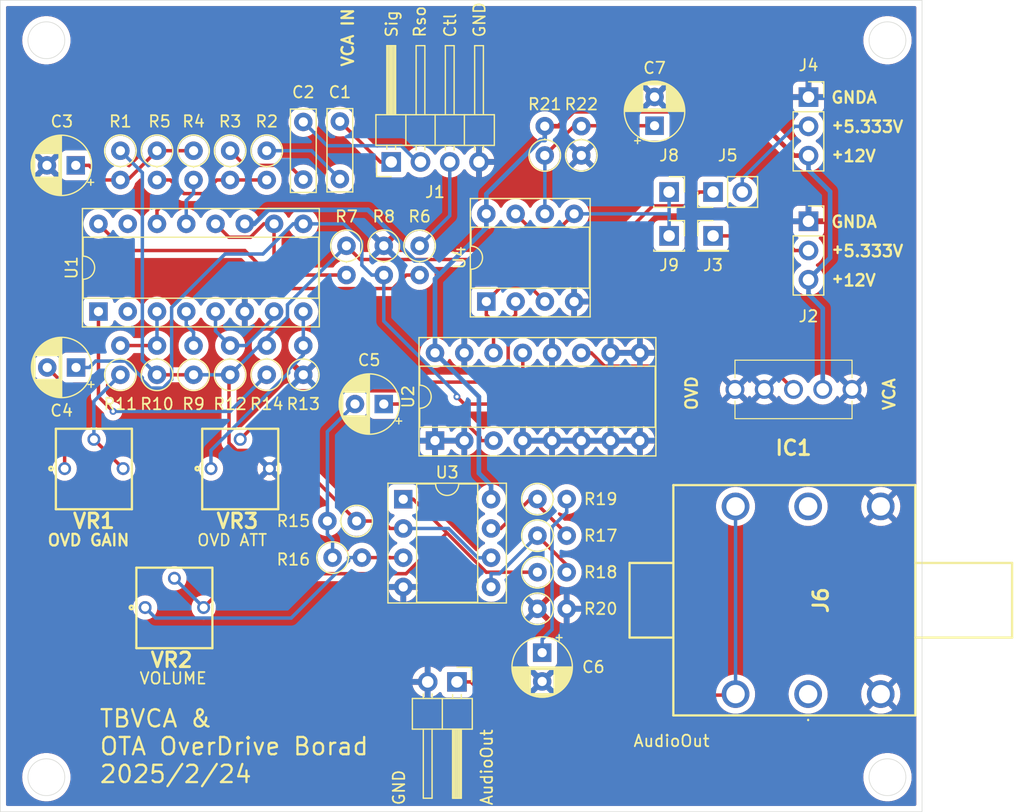
<source format=kicad_pcb>
(kicad_pcb (version 20240108) (generator "pcbnew") (generator_version "8.0")
  (layers (0 "F.Cu" signal) (31 "B.Cu" signal) (34 "B.Paste" user) (35 "F.Paste" user) (36 "B.SilkS" user "B.Silkscreen") (37 "F.SilkS" user "F.Silkscreen") (38 "B.Mask" user) (39 "F.Mask" user) (44 "Edge.Cuts" user))
  (net 0 "")
  (net 1 "Net-(C1-Pad2)")
  (net 2 "A+_VCA_Signal")
  (net 3 "A+_VCA_Resonance")
  (net 4 "Net-(C2-Pad2)")
  (net 5 "GNDA")
  (net 6 "Net-(C3-Pad1)")
  (net 7 "VCA_OUT")
  (net 8 "Net-(VR1-CCW)")
  (net 9 "Net-(C5-Pad2)")
  (net 10 "AUDIO_OUT")
  (net 11 "Net-(C6-Pad1)")
  (net 12 "SELECT")
  (net 13 "+12VA")
  (net 14 "A+_VCA_Control")
  (net 15 "Net-(J2-Pin_2)")
  (net 16 "Net-(J4-Pin_2)")
  (net 17 "+5.333VA")
  (net 18 "Net-(J7-Pin_1)")
  (net 21 "Net-(J8-Pin_1)")
  (net 22 "Net-(U1A-+)")
  (net 23 "Net-(U1A--)")
  (net 24 "Net-(R6-Pad2)")
  (net 25 "Net-(R7-Pad2)")
  (net 26 "Net-(U1C--)")
  (net 27 "Net-(U1C-+)")
  (net 28 "Net-(VR1-CW)")
  (net 29 "Net-(R12-Pad2)")
  (net 30 "Net-(VR3-CCW)")
  (net 31 "Net-(R14-Pad1)")
  (net 32 "Net-(R17-Pad2)")
  (net 33 "Net-(VR2-CW)")
  (net 36 "OVD_OUT")
  (net 37 "Net-(U4B--)")
  (net 38 "Net-(U3A-+)")
  (net 39 "Net-(U3B-+)")
  (net 40 "Net-(U4A--)")
  (footprint "Connector_PinSocket_2.54mm:PinSocket_1x03_P2.54mm_Vertical" (layer "F.Cu") (at 158.145 45.72)
    (property "Reference" "J2")
    (property "Value" "Conn_01x03")
  )
  (footprint "Capacitor_THT:C_Rect_L7.0mm_W2.0mm_P5.00mm" (layer "F.Cu") (at 114.3 37.095 -90)
    (property "Reference" "C2")
    (property "Value" "0.01uF")
  )
  (footprint "Capacitor_THT:CP_Radial_D5.0mm_P2.50mm" (layer "F.Cu") (at 144.785 37.425 90)
    (property "Reference" "C7")
    (property "Value" "2.2uF/25V")
  )
  (footprint "Resistor_THT:R_Axial_DIN0207_L6.3mm_D2.5mm_P2.54mm_Vertical" (layer "F.Cu") (at 98.425 59.055 90)
    (property "Reference" "R11")
    (property "Value" "1K")
  )
  (footprint "Resistor_THT:R_Axial_DIN0207_L6.3mm_D2.5mm_P2.54mm_Vertical" (layer "F.Cu") (at 135.255 40.005 90)
    (property "Reference" "R21")
    (property "Value" "30K")
  )
  (footprint "Resistor_THT:R_Axial_DIN0207_L6.3mm_D2.5mm_P2.54mm_Vertical" (layer "F.Cu") (at 116.84 74.93)
    (property "Reference" "R16")
    (property "Value" "10K")
  )
  (footprint "Resistor_THT:R_Axial_DIN0207_L6.3mm_D2.5mm_P2.54mm_Vertical" (layer "F.Cu") (at 124.3951 47.85 -90)
    (property "Reference" "R6")
    (property "Value" "47K")
  )
  (footprint "Package_DIP:DIP-8_W7.62mm_Socket" (layer "F.Cu") (at 122.975 69.86)
    (property "Reference" "U3")
    (property "Value" "Opamp_Dual")
  )
  (footprint "Capacitor_THT:CP_Radial_D5.0mm_P2.50mm" (layer "F.Cu") (at 121.285 61.595 180)
    (property "Reference" "C5")
    (property "Value" "1uF/25V")
  )
  (footprint "Package_DIP:DIP-16_W7.62mm_Socket" (layer "F.Cu") (at 96.52 53.565 90)
    (property "Reference" "U1")
    (property "Value" "LM13700")
  )
  (footprint "Resistor_THT:R_Axial_DIN0207_L6.3mm_D2.5mm_P2.54mm_Vertical" (layer "F.Cu") (at 101.6 59.055 90)
    (property "Reference" "R10")
    (property "Value" "510")
  )
  (footprint "Resistor_THT:R_Axial_DIN0207_L6.3mm_D2.5mm_P2.54mm_Vertical" (layer "F.Cu") (at 134.62 79.375)
    (property "Reference" "R20")
    (property "Value" "100K")
  )
  (footprint "Resistor_THT:R_Axial_DIN0207_L6.3mm_D2.5mm_P2.54mm_Vertical" (layer "F.Cu") (at 134.62 73.025)
    (property "Reference" "R17")
    (property "Value" "10K")
  )
  (footprint "Package_DIP:DIP-16_W7.62mm_Socket" (layer "F.Cu") (at 125.73 64.77 90)
    (property "Reference" "U2")
    (property "Value" "4051")
  )
  (footprint "SamacSys_Parts:3362P_1" (layer "F.Cu") (at 103.1095 82.795)
    (property "Reference" "VR2")
    (property "Value" "3362P-1-104LF 100K" (hide yes))
  )
  (footprint "Capacitor_THT:CP_Radial_D5.0mm_P2.50mm" (layer "F.Cu") (at 135.03 83.185 -90)
    (property "Reference" "C6")
    (property "Value" "1uF/25V")
  )
  (footprint "Resistor_THT:R_Axial_DIN0207_L6.3mm_D2.5mm_P2.54mm_Vertical" (layer "F.Cu") (at 134.62 76.2)
    (property "Reference" "R18")
    (property "Value" "10K")
  )
  (footprint "Resistor_THT:R_Axial_DIN0207_L6.3mm_D2.5mm_P2.54mm_Vertical" (layer "F.Cu") (at 111.125 59.055 90)
    (property "Reference" "R14")
    (property "Value" "10K")
  )
  (footprint "Resistor_THT:R_Axial_DIN0207_L6.3mm_D2.5mm_P2.54mm_Vertical" (layer "F.Cu") (at 104.775 39.595 -90)
    (property "Reference" "R4")
    (property "Value" "2.2K")
  )
  (footprint "Connector_PinSocket_2.54mm:PinSocket_1x03_P2.54mm_Vertical" (layer "F.Cu") (at 158.145 34.94)
    (property "Reference" "J4")
    (property "Value" "Conn_01x03")
  )
  (footprint "Resistor_THT:R_Axial_DIN0207_L6.3mm_D2.5mm_P2.54mm_Vertical" (layer "F.Cu") (at 101.6 39.595 -90)
    (property "Reference" "R5")
    (property "Value" "2.2K")
  )
  (footprint "Capacitor_THT:CP_Radial_D5.0mm_P2.50mm" (layer "F.Cu") (at 94.575 58.42 180)
    (property "Reference" "C4")
    (property "Value" "10uF/25V")
  )
  (footprint "SamacSys_Parts:3362P_1" (layer "F.Cu") (at 108.8245 70.73)
    (property "Reference" "VR3")
    (property "Value" "3362P-1-104LF 100K" (hide yes))
  )
  (footprint "Resistor_THT:R_Axial_DIN0207_L6.3mm_D2.5mm_P2.54mm_Vertical" (layer "F.Cu") (at 138.43 40.005 90)
    (property "Reference" "R22")
    (property "Value" "24K")
  )
  (footprint "SamacSys_Parts:MJ462" (layer "F.Cu") (at 158.115 86.785 90)
    (property "Reference" "J6")
    (property "Value" "MJ-462" (hide yes))
  )
  (footprint "Resistor_THT:R_Axial_DIN0207_L6.3mm_D2.5mm_P2.54mm_Vertical" (layer "F.Cu") (at 114.3 59.055 90)
    (property "Reference" "R13")
    (property "Value" "5K")
  )
  (footprint "Connector_PinHeader_2.54mm:PinHeader_1x02_P2.54mm_Horizontal" (layer "F.Cu") (at 127.635 85.725 -90)
    (property "Reference" "J7" (hide yes))
    (property "Value" "Conn_01x02")
  )
  (footprint "Resistor_THT:R_Axial_DIN0207_L6.3mm_D2.5mm_P2.54mm_Vertical" (layer "F.Cu") (at 118.93 71.755 180)
    (property "Reference" "R15")
    (property "Value" "100K")
  )
  (footprint "Resistor_THT:R_Axial_DIN0207_L6.3mm_D2.5mm_P2.54mm_Vertical" (layer "F.Cu") (at 104.775 59.055 90)
    (property "Reference" "R9")
    (property "Value" "510")
  )
  (footprint "Connector_PinHeader_2.54mm:PinHeader_1x01_P2.54mm_Vertical" (layer "F.Cu") (at 149.865 46.99)
    (property "Reference" "J3")
    (property "Value" "Conn_01x01")
  )
  (footprint "SamacSys_Parts:3362P_1" (layer "F.Cu") (at 96.1245 70.73)
    (property "Reference" "VR1")
    (property "Value" "3362P-1-104LF 100K" (hide yes))
  )
  (footprint "Resistor_THT:R_Axial_DIN0207_L6.3mm_D2.5mm_P2.54mm_Vertical" (layer "F.Cu") (at 134.62 69.85)
    (property "Reference" "R19")
    (property "Value" "100")
  )
  (footprint "SamacSys_Parts:2MS1T1B4VS2QES" (layer "F.Cu") (at 154.305 60.325 90)
    (property "Reference" "IC1")
    (property "Value" "2MS1T1B4VS2QES" (hide yes))
  )
  (footprint "Capacitor_THT:C_Rect_L7.0mm_W2.0mm_P5.00mm" (layer "F.Cu") (at 117.475 37.055 -90)
    (property "Reference" "C1")
    (property "Value" "0.01uF")
  )
  (footprint "Resistor_THT:R_Axial_DIN0207_L6.3mm_D2.5mm_P2.54mm_Vertical" (layer "F.Cu") (at 111.125 39.595 -90)
    (property "Reference" "R2")
    (property "Value" "220K")
  )
  (footprint "Resistor_THT:R_Axial_DIN0207_L6.3mm_D2.5mm_P2.54mm_Vertical" (layer "F.Cu") (at 107.95 59.055 90)
    (property "Reference" "R12")
    (property "Value" "33K")
  )
  (footprint "Resistor_THT:R_Axial_DIN0207_L6.3mm_D2.5mm_P2.54mm_Vertical" (layer "F.Cu") (at 98.425 39.595 -90)
    (property "Reference" "R1")
    (property "Value" "2.2K")
  )
  (footprint "Resistor_THT:R_Axial_DIN0207_L6.3mm_D2.5mm_P2.54mm_Vertical" (layer "F.Cu") (at 107.95 39.595 -90)
    (property "Reference" "R3")
    (property "Value" "100K")
  )
  (footprint "Package_DIP:DIP-8_W7.62mm_Socket" (layer "F.Cu") (at 130.185 52.695 90)
    (property "Reference" "U4")
    (property "Value" "Opamp_Dual")
  )
  (footprint "Resistor_THT:R_Axial_DIN0207_L6.3mm_D2.5mm_P2.54mm_Vertical" (layer "F.Cu") (at 118.0451 47.85 -90)
    (property "Reference" "R7")
    (property "Value" "33K")
  )
  (footprint "Capacitor_THT:CP_Radial_D5.0mm_P2.50mm" (layer "F.Cu") (at 94.5501 40.865 180)
    (property "Reference" "C3")
    (property "Value" "10uF/25V")
  )
  (footprint "Connector_PinHeader_2.54mm:PinHeader_1x02_P2.54mm_Vertical" (layer "F.Cu") (at 149.86 43.18 90)
    (property "Reference" "J5")
    (property "Value" "Conn_01x02")
  )
  (footprint "Connector_PinSocket_2.54mm:PinSocket_1x01_P2.54mm_Vertical" (layer "F.Cu") (at 146.05 46.99)
    (property "Reference" "J9")
    (property "Value" "Conn_01x01")
  )
  (footprint "Connector_PinHeader_2.54mm:PinHeader_1x04_P2.54mm_Horizontal" (layer "F.Cu") (at 121.93 40.57 90)
    (property "Reference" "J1")
    (property "Value" "Conn_01x04")
  )
  (footprint "Resistor_THT:R_Axial_DIN0207_L6.3mm_D2.5mm_P2.54mm_Vertical" (layer "F.Cu") (at 121.285 47.85 -90)
    (property "Reference" "R8")
    (property "Value" "5K")
  )
  (footprint "Connector_PinSocket_2.54mm:PinSocket_1x01_P2.54mm_Vertical" (layer "F.Cu") (at 146.05 43.18)
    (property "Reference" "J8")
    (property "Value" "Conn_01x01")
  )
  (gr_rect (start 88 26.53) (end 168 97) (stroke (width 0.05)) (fill none) (layer "Edge.Cuts"))
  (gr_circle (center 165 30) (end 166.6 30) (stroke (width 0.05)) (fill none) (layer "Edge.Cuts"))
  (gr_circle (center 92 94) (end 93.6 94) (stroke (width 0.05)) (fill none) (layer "Edge.Cuts"))
  (gr_circle (center 165 94) (end 166.6 94) (stroke (width 0.05)) (fill none) (layer "Edge.Cuts"))
  (gr_circle (center 92 30) (end 93.6 30) (stroke (width 0.05)) (fill none) (layer "Edge.Cuts"))
  (gr_text "＋5.333V" (at 160.02 48.895 0) (layer "F.SilkS") (effects (font (size 1 1) (thickness 0.2) (bold yes)) (justify left bottom)))
  (gr_text "GNDA" (at 160.02 46.355 0) (layer "F.SilkS") (effects (font (size 1 1) (thickness 0.2) (bold yes)) (justify left bottom)))
  (gr_text "＋5.333V" (at 160.02 38.1 0) (layer "F.SilkS") (effects (font (size 1 1) (thickness 0.2) (bold yes)) (justify left bottom)))
  (gr_text "OVD GAIN" (at 92 74 0) (layer "F.SilkS") (effects (font (size 1 1) (thickness 0.2) (bold yes)) (justify left bottom)))
  (gr_text "GNDA" (at 160.02 35.56 0) (layer "F.SilkS") (effects (font (size 1 1) (thickness 0.2) (bold yes)) (justify left bottom)))
  (gr_text "AudioOut" (at 130.81 96.52 90) (layer "F.SilkS") (effects (font (size 1 1)) (justify left bottom)))
  (gr_text "VOLUME" (at 100 86 0) (layer "F.SilkS") (effects (font (size 1 1)) (justify left bottom)))
  (gr_text "OVD ATT" (at 105 74 0) (layer "F.SilkS") (effects (font (size 1 1)) (justify left bottom)))
  (gr_text "VCA IN" (at 118.745 32.385 90) (layer "F.SilkS") (effects (font (size 1 1) (thickness 0.2) (bold yes)) (justify left bottom)))
  (gr_text "Rso" (at 125 29.845 90) (layer "F.SilkS") (effects (font (size 1 1)) (justify left bottom)))
  (gr_text "TBVCA &\nOTA OverDrive Borad\n2025/2/24" (at 96.52 94.615 0) (layer "F.SilkS") (effects (font (size 1.5 1.5) (thickness 0.2)) (justify left bottom)))
  (gr_text "OVD" (at 148.59 62.23 90) (layer "F.SilkS") (effects (font (size 1 1) (thickness 0.2) (bold yes)) (justify left bottom)))
  (gr_text "＋12V" (at 160.02 51.435 0) (layer "F.SilkS") (effects (font (size 1 1) (thickness 0.2) (bold yes)) (justify left bottom)))
  (gr_text "GND" (at 123.19 96.52 90) (layer "F.SilkS") (effects (font (size 1 1)) (justify left bottom)))
  (gr_text "Ctl" (at 127.635 29.845 90) (layer "F.SilkS") (effects (font (size 1 1)) (justify left bottom)))
  (gr_text "＋12V" (at 160.02 40.64 0) (layer "F.SilkS") (effects (font (size 1 1) (thickness 0.2) (bold yes)) (justify left bottom)))
  (gr_text "Sig" (at 122.555 29.845 90) (layer "F.SilkS") (effects (font (size 1 1)) (justify left bottom)))
  (gr_text "VCA" (at 165.735 62.23 90) (layer "F.SilkS") (effects (font (size 1 1) (thickness 0.2) (bold yes)) (justify left bottom)))
  (gr_text "GND" (at 130.175 29.845 90) (layer "F.SilkS") (effects (font (size 1 1)) (justify left bottom)))
  (gr_text "AudioOut" (at 142.875 91.44 0) (layer "F.SilkS") (effects (font (size 1 1)) (justify left bottom)))
  (segment (start 115.015 39.595) (end 111.125 39.595) (width 0.3) (layer "B.Cu") (net 1))
  (segment (start 117.475 42.055) (end 115.015 39.595) (width 0.3) (layer "B.Cu") (net 1))
  (segment (start 117.475 37.055) (end 120.99 40.57) (width 0.3) (layer "F.Cu") (net 2))
  (segment (start 120.99 40.57) (end 121.93 40.57) (width 0.3) (layer "F.Cu") (net 2))
  (segment (start 116.3667 39.1617) (end 122.7978 39.1617) (width 0.3) (layer "B.Cu") (net 3))
  (segment (start 114.3 37.095) (end 116.3667 39.1617) (width 0.3) (layer "B.Cu") (net 3))
  (segment (start 124.2061 40.57) (end 124.47 40.57) (width 0.3) (layer "B.Cu") (net 3))
  (segment (start 122.7978 39.1617) (end 124.2061 40.57) (width 0.3) (layer "B.Cu") (net 3))
  (segment (start 114.3 42.095) (end 113.07 40.865) (width 0.3) (layer "F.Cu") (net 4))
  (segment (start 113.07 40.865) (end 109.22 40.865) (width 0.3) (layer "F.Cu") (net 4))
  (segment (start 109.22 40.865) (end 107.95 39.595) (width 0.3) (layer "F.Cu") (net 4))
  (segment (start 96.9718 42.135) (end 98.425 42.135) (width 0.3) (layer "F.Cu") (net 6))
  (segment (start 98.425 42.135) (end 99.06 42.135) (width 0.3) (layer "F.Cu") (net 6))
  (segment (start 94.5501 40.865) (end 95.7018 40.865) (width 0.3) (layer "F.Cu") (net 6))
  (segment (start 104.775 39.595) (end 101.6 39.595) (width 0.3) (layer "F.Cu") (net 6))
  (segment (start 95.7018 40.865) (end 96.9718 42.135) (width 0.3) (layer "F.Cu") (net 6))
  (segment (start 99.06 42.135) (end 101.6 39.595) (width 0.3) (layer "F.Cu") (net 6))
  (segment (start 128.27 61.595) (end 132.08 61.595) (width 0.3) (layer "F.Cu") (net 7))
  (segment (start 127.635 60.96) (end 128.27 61.595) (width 0.3) (layer "F.Cu") (net 7))
  (segment (start 133.35 60.325) (end 133.35 57.15) (width 0.3) (layer "F.Cu") (net 7))
  (segment (start 132.08 61.595) (end 133.35 60.325) (width 0.3) (layer "F.Cu") (net 7))
  (via (at 127.635 60.96) (size 0.6) (drill 0.3) (layers "F.Cu" "B.Cu") (net 7))
  (segment (start 121.285 50.39) (end 120.24 50.39) (width 0.3) (layer "B.Cu") (net 7))
  (segment (start 110.7964 48.5654) (end 113.4168 45.945) (width 0.3) (layer "B.Cu") (net 7))
  (segment (start 127.635 60.7435) (end 121.285 54.3935) (width 0.3) (layer "B.Cu") (net 7))
  (segment (start 95.7267 58.42) (end 96.2848 57.8619) (width 0.3) (layer "B.Cu") (net 7))
  (segment (start 119.38 49.53) (end 119.38 47.4909) (width 0.3) (layer "B.Cu") (net 7))
  (segment (start 120.24 50.39) (end 119.38 49.53) (width 0.3) (layer "B.Cu") (net 7))
  (segment (start 98.8748 57.8619) (end 100.3304 59.3175) (width 0.3) (layer "B.Cu") (net 7))
  (segment (start 100.3304 59.3175) (end 100.3304 59.5006) (width 0.3) (layer "B.Cu") (net 7))
  (segment (start 94.575 58.42) (end 95.7267 58.42) (width 0.3) (layer "B.Cu") (net 7))
  (segment (start 100.3304 59.5006) (end 101.0383 60.2085) (width 0.3) (layer "B.Cu") (net 7))
  (segment (start 102.87 59.4645) (end 102.87 53.201) (width 0.3) (layer "B.Cu") (net 7))
  (segment (start 117.8341 45.945) (end 114.3 45.945) (width 0.3) (layer "B.Cu") (net 7))
  (segment (start 102.126 60.2085) (end 102.87 59.4645) (width 0.3) (layer "B.Cu") (net 7))
  (segment (start 101.0383 60.2085) (end 102.126 60.2085) (width 0.3) (layer "B.Cu") (net 7))
  (segment (start 127.635 60.96) (end 127.635 60.7435) (width 0.3) (layer "B.Cu") (net 7))
  (segment (start 121.285 54.3935) (end 121.285 50.39) (width 0.3) (layer "B.Cu") (net 7))
  (segment (start 96.2848 57.8619) (end 98.8748 57.8619) (width 0.3) (layer "B.Cu") (net 7))
  (segment (start 102.87 53.201) (end 107.5056 48.5654) (width 0.3) (layer "B.Cu") (net 7))
  (segment (start 113.4168 45.945) (end 114.3 45.945) (width 0.3) (layer "B.Cu") (net 7))
  (segment (start 119.38 47.4909) (end 117.8341 45.945) (width 0.3) (layer "B.Cu") (net 7))
  (segment (start 107.5056 48.5654) (end 110.7964 48.5654) (width 0.3) (layer "B.Cu") (net 7))
  (segment (start 93.5845 59.9295) (end 93.5845 67.2) (width 0.3) (layer "F.Cu") (net 8))
  (segment (start 92.075 58.42) (end 93.5845 59.9295) (width 0.3) (layer "F.Cu") (net 8))
  (segment (start 118.785 61.595) (end 116.39 63.99) (width 0.3) (layer "B.Cu") (net 9))
  (segment (start 116.39 71.755) (end 116.39 72.9067) (width 0.3) (layer "B.Cu") (net 9))
  (segment (start 116.39 72.9067) (end 116.84 73.3567) (width 0.3) (layer "B.Cu") (net 9))
  (segment (start 116.84 73.3567) (end 116.84 74.93) (width 0.3) (layer "B.Cu") (net 9))
  (segment (start 116.39 63.99) (end 116.39 71.755) (width 0.3) (layer "B.Cu") (net 9))
  (segment (start 129.6583 64.5015) (end 129.6583 64.77) (width 0.3) (layer "F.Cu") (net 10))
  (segment (start 121.285 61.595) (end 122.4367 61.595) (width 0.3) (layer "F.Cu") (net 10))
  (segment (start 130.81 64.77) (end 129.6583 64.77) (width 0.3) (layer "F.Cu") (net 10))
  (segment (start 122.4367 61.595) (end 126.7518 61.595) (width 0.3) (layer "F.Cu") (net 10))
  (segment (start 126.7518 61.595) (end 129.6583 64.5015) (width 0.3) (layer "F.Cu") (net 10))
  (segment (start 137.16 69.85) (end 137.16 71.0017) (width 0.3) (layer "B.Cu") (net 11))
  (segment (start 135.89 72.2717) (end 137.16 71.0017) (width 0.3) (layer "B.Cu") (net 11))
  (segment (start 135.03 83.185) (end 135.03 82.0333) (width 0.3) (layer "B.Cu") (net 11))
  (segment (start 135.03 82.0333) (end 135.89 81.1733) (width 0.3) (layer "B.Cu") (net 11))
  (segment (start 135.89 81.1733) (end 135.89 72.2717) (width 0.3) (layer "B.Cu") (net 11))
  (segment (start 139.2937 57.15) (end 140.4454 58.3017) (width 0.3) (layer "F.Cu") (net 12))
  (segment (start 154.8217 58.3017) (end 156.845 60.325) (width 0.3) (layer "F.Cu") (net 12))
  (segment (start 138.43 57.15) (end 139.2937 57.15) (width 0.3) (layer "F.Cu") (net 12))
  (segment (start 140.4454 58.3017) (end 154.8217 58.3017) (width 0.3) (layer "F.Cu") (net 12))
  (segment (start 158.145 40.02) (end 156.8933 40.02) (width 0.4) (layer "F.Cu") (net 13))
  (segment (start 153.0483 36.175) (end 137.7467 36.175) (width 0.4) (layer "F.Cu") (net 13))
  (segment (start 135.255 37.465) (end 136.4567 37.465) (width 0.4) (layer "F.Cu") (net 13))
  (segment (start 137.7467 36.175) (end 136.4567 37.465) (width 0.4) (layer "F.Cu") (net 13))
  (segment (start 156.8933 40.02) (end 153.0483 36.175) (width 0.4) (layer "F.Cu") (net 13))
  (segment (start 119.9135 44.7318) (end 122.9098 47.7281) (width 0.4) (layer "B.Cu") (net 13))
  (segment (start 130.595 69.86) (end 130.595 68.6583) (width 0.4) (layer "B.Cu") (net 13))
  (segment (start 130.185 45.075) (end 130.185 46.2767) (width 0.4) (layer "B.Cu") (net 13))
  (segment (start 135.255 38.6667) (end 134.8795 38.6667) (width 0.4) (layer "B.Cu") (net 13))
  (segment (start 122.9098 48.0762) (end 123.9536 49.12) (width 0.4) (layer "B.Cu") (net 13))
  (segment (start 125.73 57.15) (end 129.54 60.96) (width 0.4) (layer "B.Cu") (net 13))
  (segment (start 158.145 52.0517) (end 159.385 53.2917) (width 0.4) (layer "B.Cu") (net 13))
  (segment (start 159.385 53.2917) (end 159.385 60.325) (width 0.4) (layer "B.Cu") (net 13))
  (segment (start 158.145 50.77) (end 158.145 50.8) (width 0.4) (layer "B.Cu") (net 13))
  (segment (start 158.145 40.02) (end 158.145 41.2717) (width 0.4) (layer "B.Cu") (net 13))
  (segment (start 158.145 50.8) (end 158.145 52.0517) (width 0.4) (layer "B.Cu") (net 13))
  (segment (start 160.02 43.1467) (end 160.02 48.895) (width 0.4) (layer "B.Cu") (net 13))
  (segment (start 135.255 37.465) (end 135.255 38.6667) (width 0.4) (layer "B.Cu") (net 13))
  (segment (start 126.0993 50.3624) (end 125.73 50.7317) (width 0.4) (layer "B.Cu") (net 13))
  (segment (start 124.8568 49.12) (end 126.0993 50.3624) (width 0.4) (layer "B.Cu") (net 13))
  (segment (start 129.54 60.96) (end 129.54 67.6033) (width 0.4) (layer "B.Cu") (net 13))
  (segment (start 111.2594 44.7318) (end 119.9135 44.7318) (width 0.4) (layer "B.Cu") (net 13))
  (segment (start 129.54 67.6033) (end 130.595 68.6583) (width 0.4) (layer "B.Cu") (net 13))
  (segment (start 110.0462 45.945) (end 111.2594 44.7318) (width 0.4) (layer "B.Cu") (net 13))
  (segment (start 130.185 46.2767) (end 126.0993 50.3624) (width 0.4) (layer "B.Cu") (net 13))
  (segment (start 109.22 45.945) (end 110.0462 45.945) (width 0.4) (layer "B.Cu") (net 13))
  (segment (start 158.145 41.2717) (end 160.02 43.1467) (width 0.4) (layer "B.Cu") (net 13))
  (segment (start 122.9098 47.7281) (end 122.9098 48.0762) (width 0.4) (layer "B.Cu") (net 13))
  (segment (start 125.73 50.7317) (end 125.73 57.15) (width 0.4) (layer "B.Cu") (net 13))
  (segment (start 123.9536 49.12) (end 124.8568 49.12) (width 0.4) (layer "B.Cu") (net 13))
  (segment (start 134.8795 38.6667) (end 130.185 43.3612) (width 0.4) (layer "B.Cu") (net 13))
  (segment (start 130.185 43.3612) (end 130.185 45.075) (width 0.4) (layer "B.Cu") (net 13))
  (segment (start 160.02 48.895) (end 158.145 50.77) (width 0.4) (layer "B.Cu") (net 13))
  (segment (start 127.01 40.57) (end 127.01 45.2351) (width 0.3) (layer "B.Cu") (net 14))
  (segment (start 127.01 45.2351) (end 124.3951 47.85) (width 0.3) (layer "B.Cu") (net 14))
  (segment (start 155.6733 46.99) (end 156.9433 48.26) (width 0.3) (layer "F.Cu") (net 15))
  (segment (start 158.145 48.26) (end 156.9433 48.26) (width 0.3) (layer "F.Cu") (net 15))
  (segment (start 149.865 46.99) (end 155.6733 46.99) (width 0.3) (layer "F.Cu") (net 15))
  (segment (start 158.145 37.48) (end 156.9433 37.48) (width 0.3) (layer "B.Cu") (net 16))
  (segment (start 152.445 41.9783) (end 152.4 41.9783) (width 0.3) (layer "B.Cu") (net 16))
  (segment (start 152.4 43.18) (end 152.4 41.9783) (width 0.3) (layer "B.Cu") (net 16))
  (segment (start 156.9433 37.48) (end 152.445 41.9783) (width 0.3) (layer "B.Cu") (net 16))
  (segment (start 101.6 59.055) (end 104.775 59.055) (width 0.3) (layer "F.Cu") (net 17))
  (segment (start 110.49 56.515) (end 111.125 56.515) (width 0.3) (layer "F.Cu") (net 17))
  (segment (start 147.4566 44.3817) (end 144.6267 44.3817) (width 0.3) (layer "F.Cu") (net 17))
  (segment (start 108.4934 65.6183) (end 112.7933 65.6183) (width 0.3) (layer "F.Cu") (net 17))
  (segment (start 119.2357 49.0406) (end 118.0451 47.85) (width 0.3) (layer "F.Cu") (net 17))
  (segment (start 122.975 72.4) (end 121.8233 72.4) (width 0.3) (layer "F.Cu") (net 17))
  (segment (start 107.8508 64.9757) (end 108.4934 65.6183) (width 0.3) (layer "F.Cu") (net 17))
  (segment (start 121.1783 71.755) (end 121.8233 72.4) (width 0.3) (layer "F.Cu") (net 17))
  (segment (start 107.8508 59.055) (end 107.8508 64.9757) (width 0.3) (layer "F.Cu") (net 17))
  (segment (start 118.93 71.755) (end 121.1783 71.755) (width 0.3) (layer "F.Cu") (net 17))
  (segment (start 107.8508 59.055) (end 107.95 59.055) (width 0.3) (layer "F.Cu") (net 17))
  (segment (start 144.6267 44.3817) (end 139.9678 49.0406) (width 0.3) (layer "F.Cu") (net 17))
  (segment (start 148.6583 43.18) (end 147.4566 44.3817) (width 0.3) (layer "F.Cu") (net 17))
  (segment (start 139.9678 49.0406) (end 119.2357 49.0406) (width 0.3) (layer "F.Cu") (net 17))
  (segment (start 112.7933 65.6183) (end 118.93 71.755) (width 0.3) (layer "F.Cu") (net 17))
  (segment (start 149.86 43.18) (end 148.6583 43.18) (width 0.3) (layer "F.Cu") (net 17))
  (segment (start 130.595 74.94) (end 129.4433 74.94) (width 0.3) (layer "B.Cu") (net 17))
  (segment (start 104.775 59.055) (end 107.8508 59.055) (width 0.3) (layer "B.Cu") (net 17))
  (segment (start 101.6 59.055) (end 100.33 57.785) (width 0.3) (layer "B.Cu") (net 17))
  (segment (start 112.9248 52.9703) (end 112.9248 54.0408) (width 0.3) (layer "B.Cu") (net 17))
  (segment (start 126.9033 72.4) (end 122.975 72.4) (width 0.3) (layer "B.Cu") (net 17))
  (segment (start 100.33 41.5) (end 98.425 39.595) (width 0.3) (layer "B.Cu") (net 17))
  (segment (start 129.4433 74.94) (end 126.9033 72.4) (width 0.3) (layer "B.Cu") (net 17))
  (segment (start 111.125 55.8406) (end 111.125 56.515) (width 0.3) (layer "B.Cu") (net 17))
  (segment (start 107.95 59.055) (end 110.49 56.515) (width 0.3) (layer "B.Cu") (net 17))
  (segment (start 112.9248 54.0408) (end 111.125 55.8406) (width 0.3) (layer "B.Cu") (net 17))
  (segment (start 118.0451 47.85) (end 112.9248 52.9703) (width 0.3) (layer "B.Cu") (net 17))
  (segment (start 100.33 57.785) (end 100.33 41.5) (width 0.3) (layer "B.Cu") (net 17))
  (segment (start 151.815 86.785) (end 151.7287 86.8713) (width 0.3) (layer "F.Cu") (net 18))
  (segment (start 127.635 85.725) (end 128.8367 85.725) (width 0.3) (layer "F.Cu") (net 18))
  (segment (start 151.7287 86.8713) (end 129.983 86.8713) (width 0.3) (layer "F.Cu") (net 18))
  (segment (start 129.983 86.8713) (end 128.8367 85.725) (width 0.3) (layer "F.Cu") (net 18))
  (segment (start 151.815 70.485) (end 151.815 86.785) (width 0.3) (layer "B.Cu") (net 18))
  (segment (start 136.525 46.355) (end 134.005 46.355) (width 0.3) (layer "F.Cu") (net 21))
  (segment (start 134.005 46.355) (end 132.725 45.075) (width 0.3) (layer "F.Cu") (net 21))
  (segment (start 137.805 45.075) (end 136.525 46.355) (width 0.3) (layer "F.Cu") (net 21))
  (segment (start 146.05 45.075) (end 138.9567 45.075) (width 0.3) (layer "B.Cu") (net 21))
  (segment (start 146.05 43.18) (end 146.05 45.075) (width 0.3) (layer "B.Cu") (net 21))
  (segment (start 146.05 45.075) (end 146.05 46.99) (width 0.3) (layer "B.Cu") (net 21))
  (segment (start 137.805 45.075) (end 138.9567 45.075) (width 0.3) (layer "B.Cu") (net 21))
  (segment (start 107.95 42.135) (end 106.7983 42.135) (width 0.3) (layer "F.Cu") (net 22))
  (segment (start 103.505 42.8883) (end 101.6 44.7933) (width 0.3) (layer "F.Cu") (net 22))
  (segment (start 103.505 42.8883) (end 102.7517 42.135) (width 0.3) (layer "F.Cu") (net 22))
  (segment (start 105.6185 43.3148) (end 103.9315 43.3148) (width 0.3) (layer "F.Cu") (net 22))
  (segment (start 111.125 42.135) (end 107.95 42.135) (width 0.3) (layer "F.Cu") (net 22))
  (segment (start 103.9315 43.3148) (end 103.505 42.8883) (width 0.3) (layer "F.Cu") (net 22))
  (segment (start 101.6 42.135) (end 102.7517 42.135) (width 0.3) (layer "F.Cu") (net 22))
  (segment (start 101.6 45.945) (end 101.6 44.7933) (width 0.3) (layer "F.Cu") (net 22))
  (segment (start 106.7983 42.135) (end 105.6185 43.3148) (width 0.3) (layer "F.Cu") (net 22))
  (segment (start 104.14 43.9217) (end 104.14 45.945) (width 0.3) (layer "B.Cu") (net 23))
  (segment (start 104.775 42.135) (end 104.775 43.2867) (width 0.3) (layer "B.Cu") (net 23))
  (segment (start 104.775 43.2867) (end 104.14 43.9217) (width 0.3) (layer "B.Cu") (net 23))
  (segment (start 122.0689 51.5645) (end 112.5245 51.5645) (width 0.3) (layer "F.Cu") (net 24))
  (segment (start 112.5245 51.5645) (end 109.22 48.26) (width 0.3) (layer "F.Cu") (net 24))
  (segment (start 124.3951 50.39) (end 123.2434 50.39) (width 0.3) (layer "F.Cu") (net 24))
  (segment (start 109.22 48.26) (end 98.835 48.26) (width 0.3) (layer "F.Cu") (net 24))
  (segment (start 123.2434 50.39) (end 122.0689 51.5645) (width 0.3) (layer "F.Cu") (net 24))
  (segment (start 98.835 48.26) (end 96.52 45.945) (width 0.3) (layer "F.Cu") (net 24))
  (segment (start 106.68 45.945) (end 107.8443 47.1093) (width 0.3) (layer "F.Cu") (net 25))
  (segment (start 107.8443 47.1093) (end 109.7125 47.1093) (width 0.3) (layer "F.Cu") (net 25))
  (segment (start 118.0451 50.39) (end 112.62 50.39) (width 0.3) (layer "F.Cu") (net 25))
  (segment (start 110.8768 45.945) (end 111.76 45.945) (width 0.3) (layer "F.Cu") (net 25))
  (segment (start 111.76 49.53) (end 111.76 45.945) (width 0.3) (layer "F.Cu") (net 25))
  (segment (start 112.62 50.39) (end 111.76 49.53) (width 0.3) (layer "F.Cu") (net 25))
  (segment (start 109.7125 47.1093) (end 110.8768 45.945) (width 0.3) (layer "F.Cu") (net 25))
  (segment (start 104.775 55.3633) (end 104.14 54.7283) (width 0.3) (layer "B.Cu") (net 26))
  (segment (start 104.14 54.7283) (end 104.14 53.565) (width 0.3) (layer "B.Cu") (net 26))
  (segment (start 104.775 56.515) (end 104.775 55.3633) (width 0.3) (layer "B.Cu") (net 26))
  (segment (start 98.425 56.515) (end 101.6 56.515) (width 0.3) (layer "F.Cu") (net 27))
  (segment (start 101.6 56.515) (end 101.6 53.565) (width 0.3) (layer "B.Cu") (net 27))
  (segment (start 98.6645 67.2) (end 96.1245 64.66) (width 0.3) (layer "F.Cu") (net 28))
  (segment (start 98.425 59.055) (end 96.1245 61.3555) (width 0.3) (layer "B.Cu") (net 28))
  (segment (start 96.1245 61.3555) (end 96.1245 64.66) (width 0.3) (layer "B.Cu") (net 28))
  (segment (start 106.68 55.245) (end 106.68 53.565) (width 0.3) (layer "B.Cu") (net 29))
  (segment (start 111.76 54.0875) (end 109.3325 56.515) (width 0.3) (layer "B.Cu") (net 29))
  (segment (start 111.76 53.565) (end 111.76 54.0875) (width 0.3) (layer "B.Cu") (net 29))
  (segment (start 107.95 56.515) (end 106.68 55.245) (width 0.3) (layer "B.Cu") (net 29))
  (segment (start 109.3325 56.515) (end 107.95 56.515) (width 0.3) (layer "B.Cu") (net 29))
  (segment (start 114.3 56.515) (end 114.3 57.3318) (width 0.3) (layer "B.Cu") (net 30))
  (segment (start 106.2845 65.6197) (end 106.2845 67.2) (width 0.3) (layer "B.Cu") (net 30))
  (segment (start 114.3 56.515) (end 114.3 53.565) (width 0.3) (layer "B.Cu") (net 30))
  (segment (start 113.03 58.8742) (end 106.2845 65.6197) (width 0.3) (layer "B.Cu") (net 30))
  (segment (start 114.3 57.3318) (end 113.03 58.6018) (width 0.3) (layer "B.Cu") (net 30))
  (segment (start 113.03 58.6018) (end 113.03 58.8742) (width 0.3) (layer "B.Cu") (net 30))
  (segment (start 97.79 62.23) (end 96.52 60.96) (width 0.3) (layer "F.Cu") (net 31))
  (segment (start 96.52 60.96) (end 96.52 53.565) (width 0.3) (layer "F.Cu") (net 31))
  (via (at 97.79 62.23) (size 0.6) (drill 0.3) (layers "F.Cu" "B.Cu") (net 31))
  (segment (start 107.95 62.23) (end 97.79 62.23) (width 0.3) (layer "B.Cu") (net 31))
  (segment (start 111.125 59.055) (end 107.95 62.23) (width 0.3) (layer "B.Cu") (net 31))
  (segment (start 131.435 72.4) (end 130.595 72.4) (width 0.3) (layer "F.Cu") (net 32))
  (segment (start 134.1444 69.85) (end 133.985 69.85) (width 0.3) (layer "F.Cu") (net 32))
  (segment (start 134.62 70.3256) (end 134.62 69.85) (width 0.3) (layer "F.Cu") (net 32))
  (segment (start 133.985 69.85) (end 131.435 72.4) (width 0.3) (layer "F.Cu") (net 32))
  (segment (start 137.16 72.8656) (end 134.62 70.3256) (width 0.3) (layer "F.Cu") (net 32))
  (segment (start 134.62 70.3256) (end 134.1444 69.85) (width 0.3) (layer "F.Cu") (net 32))
  (segment (start 137.16 73.025) (end 137.16 72.8656) (width 0.3) (layer "F.Cu") (net 32))
  (segment (start 105.6495 79.265) (end 108.5862 76.3283) (width 0.3) (layer "F.Cu") (net 33))
  (segment (start 126.7634 72.7846) (end 123.8388 69.86) (width 0.3) (layer "F.Cu") (net 33))
  (segment (start 108.5862 76.3283) (end 123.2197 76.3283) (width 0.3) (layer "F.Cu") (net 33))
  (segment (start 123.8388 69.86) (end 122.975 69.86) (width 0.3) (layer "F.Cu") (net 33))
  (segment (start 123.2197 76.3283) (end 126.7634 72.7846) (width 0.3) (layer "F.Cu") (net 33))
  (segment (start 134.62 76.2) (end 130.1788 76.2) (width 0.3) (layer "F.Cu") (net 33))
  (segment (start 130.1788 76.2) (end 126.7634 72.7846) (width 0.3) (layer "F.Cu") (net 33))
  (segment (start 105.6495 79.265) (end 103.1095 76.725) (width 0.3) (layer "B.Cu") (net 33))
  (segment (start 130.185 52.695) (end 130.185 53.8467) (width 0.3) (layer "F.Cu") (net 36))
  (segment (start 134.005 51.435) (end 131.445 51.435) (width 0.3) (layer "F.Cu") (net 36))
  (segment (start 135.265 52.695) (end 134.005 51.435) (width 0.3) (layer "F.Cu") (net 36))
  (segment (start 130.81 57.15) (end 130.81 54.4717) (width 0.3) (layer "F.Cu") (net 36))
  (segment (start 130.81 54.4717) (end 130.185 53.8467) (width 0.3) (layer "F.Cu") (net 36))
  (segment (start 131.445 51.435) (end 130.185 52.695) (width 0.3) (layer "F.Cu") (net 36))
  (segment (start 138.43 37.465) (end 138.47 37.425) (width 0.3) (layer "F.Cu") (net 37))
  (segment (start 138.43 37.465) (end 137.795 37.465) (width 0.3) (layer "F.Cu") (net 37))
  (segment (start 137.795 37.465) (end 135.255 40.005) (width 0.3) (layer "F.Cu") (net 37))
  (segment (start 138.47 37.425) (end 144.785 37.425) (width 0.3) (layer "F.Cu") (net 37))
  (segment (start 135.255 40.005) (end 135.265 40.015) (width 0.3) (layer "B.Cu") (net 37))
  (segment (start 135.265 40.015) (end 135.265 45.075) (width 0.3) (layer "B.Cu") (net 37))
  (segment (start 122.975 74.94) (end 121.8233 74.94) (width 0.3) (layer "F.Cu") (net 38))
  (segment (start 121.8133 74.93) (end 121.8233 74.94) (width 0.3) (layer "F.Cu") (net 38))
  (segment (start 119.38 74.93) (end 121.8133 74.93) (width 0.3) (layer "F.Cu") (net 38))
  (segment (start 113.2466 80.1802) (end 118.2283 75.1985) (width 0.3) (layer "B.Cu") (net 38))
  (segment (start 119.38 74.93) (end 118.2283 74.93) (width 0.3) (layer "B.Cu") (net 38))
  (segment (start 118.2283 75.1985) (end 118.2283 74.93) (width 0.3) (layer "B.Cu") (net 38))
  (segment (start 100.5695 79.265) (end 101.4847 80.1802) (width 0.3) (layer "B.Cu") (net 38))
  (segment (start 101.4847 80.1802) (end 113.2466 80.1802) (width 0.3) (layer "B.Cu") (net 38))
  (segment (start 137.16 75.565) (end 134.62 73.025) (width 0.3) (layer "F.Cu") (net 39))
  (segment (start 137.16 76.2) (end 137.16 75.565) (width 0.3) (layer "F.Cu") (net 39))
  (segment (start 134.62 73.025) (end 131.3167 76.3283) (width 0.3) (layer "B.Cu") (net 39))
  (segment (start 130.595 77.48) (end 130.595 76.3283) (width 0.3) (layer "B.Cu") (net 39))
  (segment (start 131.3167 76.3283) (end 130.595 76.3283) (width 0.3) (layer "B.Cu") (net 39))
  (segment (start 132.725 53.8467) (end 132.725 52.695) (width 0.3) (layer "F.Cu") (net 40))
  (segment (start 125.2677 59.69) (end 131.445 59.69) (width 0.3) (layer "F.Cu") (net 40))
  (segment (start 124.5144 60.4433) (end 125.2677 59.69) (width 0.3) (layer "F.Cu") (net 40))
  (segment (start 108.8245 64.66) (end 113.0412 60.4433) (width 0.3) (layer "F.Cu") (net 40))
  (segment (start 131.445 59.69) (end 132.08 59.055) (width 0.3) (layer "F.Cu") (net 40))
  (segment (start 132.08 54.4917) (end 132.725 53.8467) (width 0.3) (layer "F.Cu") (net 40))
  (segment (start 113.0412 60.4433) (end 124.5144 60.4433) (width 0.3) (layer "F.Cu") (net 40))
  (segment (start 132.08 59.055) (end 132.08 54.4917) (width 0.3) (layer "F.Cu") (net 40))
  (zone (net 5) (net_name "GNDA") (layers "F&B.Cu") (connect_pads (clearance 0.5)) (min_thickness 0.25) (fill yes (thermal_gap 0.5) (thermal_bridge_width 0.5))
    (polygon (pts (xy 88 26.53) (xy 168 26.53) (xy 168 97) (xy 88 97)))
  )
)
</source>
